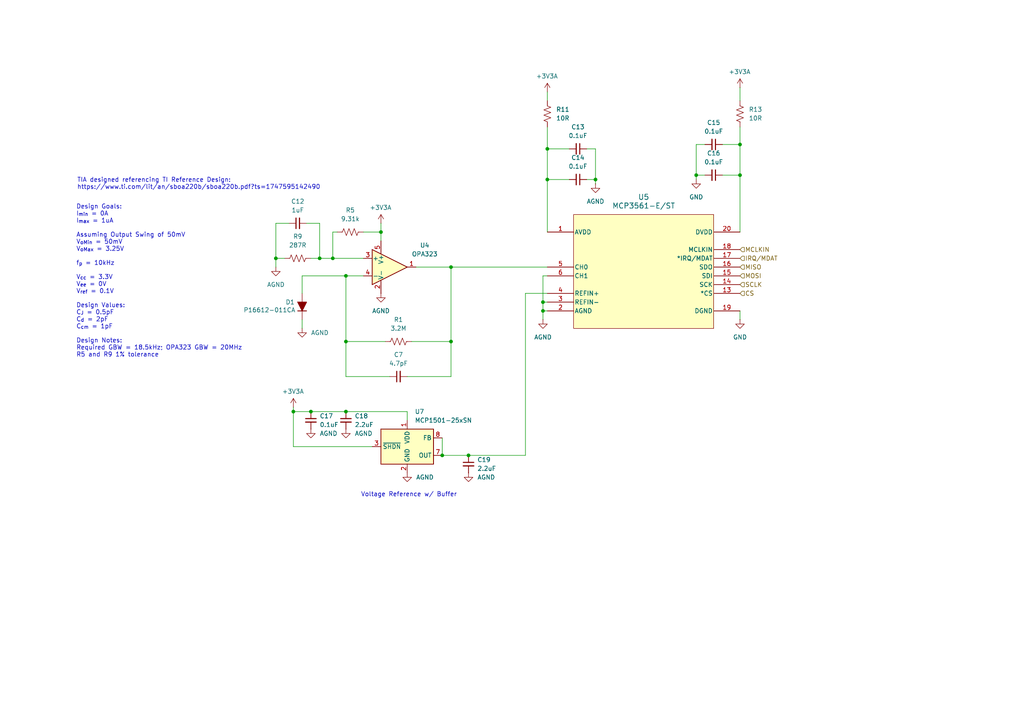
<source format=kicad_sch>
(kicad_sch (version 20231120) (generator "eeschema") (generator_version "8.0")
  (paper "A4")
  (lib_symbols
    (symbol "Amplifier_Operational:OPA196xDBV" (pin_names (offset 0.127))
      (property "Reference" "U" (at -1.27 6.35 0))
      (property "Value" "OPA196xDBV" (at -1.27 3.81 0))
      (symbol "OPA196xDBV_0_1"
        (polyline (pts (xy -5.08 5.08) (xy 5.08 0) (xy -5.08 -5.08) (xy -5.08 5.08)) (stroke (width 0.254)) (fill (type background)))
        (pin power_in line (at -2.54 -7.62 90) (length 3.81) (name "V-") (number "2"))
        (pin power_in line (at -2.54 7.62 270) (length 3.81) (name "V+") (number "5"))
      )
      (symbol "OPA196xDBV_1_1"
        (pin output line (at 7.62 0 180) (length 2.54) (name "~") (number "1"))
        (pin input line (at -7.62 2.54 0) (length 2.54) (name "+") (number "3"))
        (pin input line (at -7.62 -2.54 0) (length 2.54) (name "-") (number "4"))
      )
    )
    (symbol "Device:C_Small" (pin_numbers hide) (pin_names (offset 0.254) hide)
      (property "Reference" "C" (at 0.254 1.778 0))
      (property "Value" "C_Small" (at 0.254 -2.032 0))
      (symbol "C_Small_0_1"
        (polyline (pts (xy -1.524 -0.508) (xy 1.524 -0.508)) (stroke (width 0.3302)))
        (polyline (pts (xy -1.524 0.508) (xy 1.524 0.508)) (stroke (width 0.3048)))
      )
      (symbol "C_Small_1_1"
        (pin passive line (at 0 2.54 270) (length 2.032) (name "~") (number "1"))
        (pin passive line (at 0 -2.54 90) (length 2.032) (name "~") (number "2"))
      )
    )
    (symbol "Device:D_Filled" (pin_numbers hide) (pin_names (offset 1.016) hide)
      (property "Reference" "D" (at 0 2.54 0))
      (property "Value" "D_Filled" (at 0 -2.54 0))
      (symbol "D_Filled_0_1"
        (polyline (pts (xy -1.27 1.27) (xy -1.27 -1.27)) (stroke (width 0.254)))
        (polyline (pts (xy 1.27 0) (xy -1.27 0)))
        (polyline (pts (xy 1.27 1.27) (xy 1.27 -1.27) (xy -1.27 0) (xy 1.27 1.27)) (stroke (width 0.254)) (fill (type outline)))
      )
      (symbol "D_Filled_1_1"
        (pin passive line (at -3.81 0 0) (length 2.54) (name "K") (number "1"))
        (pin passive line (at 3.81 0 180) (length 2.54) (name "A") (number "2"))
      )
    )
    (symbol "Device:R_US" (pin_numbers hide) (pin_names (offset 0))
      (property "Reference" "R" (at 2.54 0 90))
      (property "Value" "R_US" (at -2.54 0 90))
      (symbol "R_US_0_1"
        (polyline (pts (xy 0 -2.286) (xy 0 -2.54)))
        (polyline (pts (xy 0 2.286) (xy 0 2.54)))
        (polyline (pts (xy 0 -0.762) (xy 1.016 -1.143) (xy 0 -1.524) (xy -1.016 -1.905) (xy 0 -2.286)))
        (polyline (pts (xy 0 0.762) (xy 1.016 0.381) (xy 0 0) (xy -1.016 -0.381) (xy 0 -0.762)))
        (polyline (pts (xy 0 2.286) (xy 1.016 1.905) (xy 0 1.524) (xy -1.016 1.143) (xy 0 0.762)))
      )
      (symbol "R_US_1_1"
        (pin passive line (at 0 3.81 270) (length 1.27) (name "~") (number "1"))
        (pin passive line (at 0 -3.81 90) (length 1.27) (name "~") (number "2"))
      )
    )
    (symbol "PayloadSensorSymbols:MCP3561-E_ST" (pin_names (offset 0.254))
      (property "Reference" "U5" (at 27.94 10.16 0))
      (property "Value" "MCP3561-E/ST" (at 27.94 7.62 0))
      (symbol "MCP3561-E_ST_0_1"
        (pin power_in line (at 0 0 0) (length 7.62) (name "AVDD") (number "1"))
        (pin input line (at 55.88 -17.78 180) (length 7.62) (name "*CS") (number "13"))
        (pin input line (at 55.88 -15.24 180) (length 7.62) (name "SCK") (number "14"))
        (pin input line (at 55.88 -12.7 180) (length 7.62) (name "SDI") (number "15"))
        (pin output line (at 55.88 -10.16 180) (length 7.62) (name "SDO") (number "16"))
        (pin output line (at 55.88 -7.62 180) (length 7.62) (name "*IRQ/MDAT") (number "17"))
        (pin bidirectional line (at 55.88 -5.08 180) (length 7.62) (name "MCLKIN") (number "18"))
        (pin power_out line (at 55.88 -22.86 180) (length 7.62) (name "DGND") (number "19"))
        (pin power_out line (at 0 -22.86 0) (length 7.62) (name "AGND") (number "2"))
        (pin power_in line (at 55.88 0 180) (length 7.62) (name "DVDD") (number "20"))
        (pin input line (at 0 -20.32 0) (length 7.62) (name "REFIN-") (number "3"))
        (pin input line (at 0 -17.78 0) (length 7.62) (name "REFIN+") (number "4"))
        (pin input line (at 0 -10.16 0) (length 7.62) (name "CH0") (number "5"))
        (pin input line (at 0 -12.7 0) (length 7.62) (name "CH1") (number "6"))
      )
      (symbol "MCP3561-E_ST_1_1"
        (rectangle (start 7.62 5.08) (end 48.26 -27.94) (fill (type background)))
        (pin no_connect line (at 0 -22.86 0) (length 7.62) hide (name "NC") (number "10"))
        (pin no_connect line (at 55.88 -22.86 180) (length 7.62) hide (name "NC") (number "11"))
        (pin no_connect line (at 55.88 -20.32 180) (length 7.62) hide (name "NC") (number "12"))
        (pin no_connect line (at 0 -15.24 0) (length 7.62) hide (name "NC") (number "7"))
        (pin no_connect line (at 0 -17.78 0) (length 7.62) hide (name "NC") (number "8"))
        (pin no_connect line (at 0 -20.32 0) (length 7.62) hide (name "NC") (number "9"))
      )
    )
    (symbol "Reference_Voltage:MCP1501-25xSN"
      (property "Reference" "U" (at -5.08 6.35 0))
      (property "Value" "MCP1501-25xSN" (at 11.43 6.35 0))
      (symbol "MCP1501-25xSN_0_0"
        (pin power_in line (at 0 7.62 270) (length 2.54) (name "VDD") (number "1"))
        (pin power_in line (at 0 -7.62 90) (length 2.54) (name "GND") (number "2"))
        (pin input line (at -10.16 0 0) (length 2.54) (name "~{SHDN}") (number "3"))
        (pin passive line (at 0 -7.62 90) (length 2.54) hide (name "GND") (number "4"))
        (pin passive line (at 0 -7.62 90) (length 2.54) hide (name "GND") (number "5"))
        (pin passive line (at 0 -7.62 90) (length 2.54) hide (name "GND") (number "6"))
        (pin power_out line (at 10.16 -2.54 180) (length 2.54) (name "OUT") (number "7"))
        (pin input line (at 10.16 2.54 180) (length 2.54) (name "FB") (number "8"))
      )
      (symbol "MCP1501-25xSN_0_1"
        (rectangle (start -7.62 5.08) (end 7.62 -5.08) (stroke (width 0.254)) (fill (type background)))
      )
    )
    (symbol "power:+3V3" (power) (pin_numbers hide) (pin_names (offset 0) hide)
      (property "Value" "+3V3" (at 0 3.556 0))
      (symbol "+3V3_0_1"
        (polyline (pts (xy -0.762 1.27) (xy 0 2.54)))
        (polyline (pts (xy 0 0) (xy 0 2.54)))
        (polyline (pts (xy 0 2.54) (xy 0.762 1.27)))
      )
      (symbol "+3V3_1_1"
        (pin power_in line (at 0 0 90) (length 0) (name "~") (number "1"))
      )
    )
    (symbol "power:GND" (power) (pin_numbers hide) (pin_names (offset 0) hide)
      (property "Value" "GND" (at 0 -3.81 0))
      (symbol "GND_0_1"
        (polyline (pts (xy 0 0) (xy 0 -1.27) (xy 1.27 -1.27) (xy 0 -2.54) (xy -1.27 -1.27) (xy 0 -1.27)))
      )
      (symbol "GND_1_1"
        (pin power_in line (at 0 0 270) (length 0) (name "~") (number "1"))
      )
    )
    (symbol "power:GNDA" (power) (pin_numbers hide) (pin_names (offset 0) hide)
      (property "Value" "GNDA" (at 0 -3.81 0))
      (symbol "GNDA_0_1"
        (polyline (pts (xy 0 0) (xy 0 -1.27) (xy 1.27 -1.27) (xy 0 -2.54) (xy -1.27 -1.27) (xy 0 -1.27)))
      )
      (symbol "GNDA_1_1"
        (pin power_in line (at 0 0 270) (length 0) (name "~") (number "1"))
      )
    )
  )
  (junction (at 158.75 52.07))
  (junction (at 130.81 99.06))
  (junction (at 100.33 80.01))
  (junction (at 100.33 99.06))
  (junction (at 85.09 119.38))
  (junction (at 157.48 90.17))
  (junction (at 214.63 50.8))
  (junction (at 110.49 67.31))
  (junction (at 92.71 74.93))
  (junction (at 214.63 41.91))
  (junction (at 100.33 119.38))
  (junction (at 96.52 74.93))
  (junction (at 130.81 77.47))
  (junction (at 90.17 119.38))
  (junction (at 158.75 43.18))
  (junction (at 157.48 87.63))
  (junction (at 80.01 74.93))
  (junction (at 172.72 52.07))
  (junction (at 128.27 132.08))
  (junction (at 135.89 132.08))
  (junction (at 201.93 50.8))
  (wire (pts (xy 100.33 119.38) (xy 118.11 119.38)))
  (wire (pts (xy 96.52 74.93) (xy 105.41 74.93)))
  (wire (pts (xy 214.63 50.8) (xy 214.63 41.91)))
  (wire (pts (xy 172.72 52.07) (xy 172.72 53.34)))
  (wire (pts (xy 96.52 67.31) (xy 97.79 67.31)))
  (wire (pts (xy 92.71 74.93) (xy 96.52 74.93)))
  (wire (pts (xy 157.48 87.63) (xy 158.75 87.63)))
  (wire (pts (xy 158.75 36.83) (xy 158.75 43.18)))
  (wire (pts (xy 87.63 85.09) (xy 87.63 80.01)))
  (wire (pts (xy 130.81 77.47) (xy 130.81 99.06)))
  (wire (pts (xy 204.47 41.91) (xy 201.93 41.91)))
  (wire (pts (xy 152.4 85.09) (xy 152.4 132.08)))
  (wire (pts (xy 214.63 41.91) (xy 214.63 36.83)))
  (wire (pts (xy 90.17 119.38) (xy 100.33 119.38)))
  (wire (pts (xy 120.65 77.47) (xy 130.81 77.47)))
  (wire (pts (xy 135.89 132.08) (xy 152.4 132.08)))
  (wire (pts (xy 165.1 52.07) (xy 158.75 52.07)))
  (wire (pts (xy 100.33 99.06) (xy 100.33 80.01)))
  (wire (pts (xy 85.09 118.11) (xy 85.09 119.38)))
  (wire (pts (xy 92.71 64.77) (xy 92.71 74.93)))
  (wire (pts (xy 209.55 41.91) (xy 214.63 41.91)))
  (wire (pts (xy 110.49 67.31) (xy 110.49 69.85)))
  (wire (pts (xy 157.48 90.17) (xy 157.48 92.71)))
  (wire (pts (xy 118.11 121.92) (xy 118.11 119.38)))
  (wire (pts (xy 88.9 64.77) (xy 92.71 64.77)))
  (wire (pts (xy 201.93 50.8) (xy 204.47 50.8)))
  (wire (pts (xy 158.75 52.07) (xy 158.75 67.31)))
  (wire (pts (xy 158.75 26.67) (xy 158.75 29.21)))
  (wire (pts (xy 170.18 43.18) (xy 172.72 43.18)))
  (wire (pts (xy 157.48 87.63) (xy 157.48 90.17)))
  (wire (pts (xy 113.03 109.22) (xy 100.33 109.22)))
  (wire (pts (xy 214.63 67.31) (xy 214.63 50.8)))
  (wire (pts (xy 80.01 77.47) (xy 80.01 74.93)))
  (wire (pts (xy 128.27 127) (xy 128.27 132.08)))
  (wire (pts (xy 157.48 80.01) (xy 157.48 87.63)))
  (wire (pts (xy 158.75 43.18) (xy 158.75 52.07)))
  (wire (pts (xy 90.17 74.93) (xy 92.71 74.93)))
  (wire (pts (xy 80.01 74.93) (xy 82.55 74.93)))
  (wire (pts (xy 118.11 109.22) (xy 130.81 109.22)))
  (wire (pts (xy 201.93 52.07) (xy 201.93 50.8)))
  (wire (pts (xy 209.55 50.8) (xy 214.63 50.8)))
  (wire (pts (xy 157.48 90.17) (xy 158.75 90.17)))
  (wire (pts (xy 85.09 119.38) (xy 85.09 129.54)))
  (wire (pts (xy 158.75 80.01) (xy 157.48 80.01)))
  (wire (pts (xy 87.63 92.71) (xy 87.63 95.25)))
  (wire (pts (xy 130.81 109.22) (xy 130.81 99.06)))
  (wire (pts (xy 83.82 64.77) (xy 80.01 64.77)))
  (wire (pts (xy 130.81 77.47) (xy 158.75 77.47)))
  (wire (pts (xy 170.18 52.07) (xy 172.72 52.07)))
  (wire (pts (xy 214.63 25.4) (xy 214.63 29.21)))
  (wire (pts (xy 96.52 67.31) (xy 96.52 74.93)))
  (wire (pts (xy 105.41 67.31) (xy 110.49 67.31)))
  (wire (pts (xy 201.93 41.91) (xy 201.93 50.8)))
  (wire (pts (xy 111.76 99.06) (xy 100.33 99.06)))
  (wire (pts (xy 128.27 132.08) (xy 135.89 132.08)))
  (wire (pts (xy 152.4 85.09) (xy 158.75 85.09)))
  (wire (pts (xy 214.63 90.17) (xy 214.63 92.71)))
  (wire (pts (xy 85.09 119.38) (xy 90.17 119.38)))
  (wire (pts (xy 172.72 43.18) (xy 172.72 52.07)))
  (wire (pts (xy 87.63 80.01) (xy 100.33 80.01)))
  (wire (pts (xy 110.49 64.77) (xy 110.49 67.31)))
  (wire (pts (xy 85.09 129.54) (xy 107.95 129.54)))
  (wire (pts (xy 100.33 80.01) (xy 105.41 80.01)))
  (wire (pts (xy 80.01 64.77) (xy 80.01 74.93)))
  (wire (pts (xy 130.81 99.06) (xy 119.38 99.06)))
  (wire (pts (xy 158.75 43.18) (xy 165.1 43.18)))
  (wire (pts (xy 100.33 109.22) (xy 100.33 99.06)))
  (text "Voltage Reference w/ Buffer" (at 118.618 143.51 0) (effects (font (size 1.27 1.27))))
  (text "Design Goals:\nI_{min} = 0A\nI_{max} = 1uA\n\nAssuming Output Swing of 50mV\nV_{oMin} = 50mV\nV_{oMax} = 3.25V\n\nf_{p} = 10kHz\n\nV_{cc} = 3.3V\nV_{ee} = 0V\nV_{ref} = 0.1V\n\nDesign Values:\nC_{J} = 0.5pF\nC_{d} = 2pF\nC_{cm} = 1pF\n\nDesign Notes:\nRequired GBW = 18.5kHz; OPA323 GBW = 20MHz\n${cf09fdd2-d5e0-47ab-9654-138cc2b941d7:REFERENCE} and ${8929b5c6-444c-41f2-87df-a3d3b9d879dc:REFERENCE} 1% tolerance\n\n" (at 22.098 82.55 0) (effects (font (size 1.27 1.27)) (justify left)))
  (text "TIA designed referencing TI Reference Design:\nhttps://www.ti.com/lit/an/sboa220b/sboa220b.pdf?ts=1747595142490\n" (at 22.352 53.34 0) (effects (font (size 1.27 1.27)) (justify left)))
  (hierarchical_label "IRQ{slash}MDAT" (shape input) (at 214.63 74.93 0))
  (hierarchical_label "SCLK" (shape input) (at 214.63 82.55 0))
  (hierarchical_label "CS" (shape input) (at 214.63 85.09 0))
  (hierarchical_label "MOSI" (shape input) (at 214.63 80.01 0))
  (hierarchical_label "MISO" (shape input) (at 214.63 77.47 0))
  (hierarchical_label "MCLKIN" (shape input) (at 214.63 72.39 0))
  (symbol (lib_id "Device:R_US") (at 158.75 33.02 0) (unit 1)
    (property "Reference" "R11" (at 161.29 31.7499 0) (effects (justify left)))
    (property "Value" "10R" (at 161.29 34.2899 0) (effects (justify left)))
    (property "Footprint" "Resistor_SMD:R_0805_2012Metric_Pad1.20x1.40mm_HandSolder" (effects (hide yes)))
    (property "Description" "Resistor, US symbol" (effects (hide yes)))
  )
  (symbol (lib_id "Device:R_US") (at 214.63 33.02 0) (unit 1)
    (property "Reference" "R13" (at 217.17 31.7499 0) (effects (justify left)))
    (property "Value" "10R" (at 217.17 34.2899 0) (effects (justify left)))
    (property "Footprint" "Resistor_SMD:R_0805_2012Metric_Pad1.20x1.40mm_HandSolder" (effects (hide yes)))
    (property "Description" "Resistor, US symbol" (effects (hide yes)))
  )
  (symbol (lib_id "Device:C_Small") (at 135.89 134.62 0) (unit 1)
    (property "Reference" "C19" (at 138.43 133.3562 0) (effects (justify left)))
    (property "Value" "2.2uF" (at 138.43 135.8962 0) (effects (justify left)))
    (property "Footprint" "Capacitor_SMD:C_0805_2012Metric_Pad1.18x1.45mm_HandSolder" (effects (hide yes)))
    (property "Description" "Unpolarized capacitor, small symbol" (effects (hide yes)))
  )
  (symbol (lib_id "Device:C_Small") (at 86.36 64.77 90) (unit 1)
    (property "Reference" "C12" (at 86.3663 58.42 90))
    (property "Value" "1uF" (at 86.3663 60.96 90))
    (property "Footprint" "Capacitor_SMD:C_0805_2012Metric_Pad1.18x1.45mm_HandSolder" (effects (hide yes)))
    (property "Description" "Unpolarized capacitor, small symbol" (effects (hide yes)))
  )
  (symbol (lib_id "power:+3V3") (at 85.09 118.11 0) (unit 1)
    (property "Reference" "#PWR41" (effects (hide yes)))
    (property "Value" "+3V3A" (at 81.788 113.538 0) (effects (justify left)))
    (property "Description" "Power symbol creates a global label with name \"+3V3\"" (effects (hide yes)))
  )
  (symbol (lib_id "power:GNDA") (at 172.72 53.34 0) (unit 1)
    (property "Reference" "#PWR15" (effects (hide yes)))
    (property "Value" "AGND" (at 172.72 58.42 0))
    (property "Description" "Power symbol creates a global label with name \"GNDA\" , analog ground" (effects (hide yes)))
  )
  (symbol (lib_id "Device:C_Small") (at 115.57 109.22 90) (unit 1)
    (property "Reference" "C7" (at 115.5763 102.87 90))
    (property "Value" "4.7pF" (at 115.5763 105.41 90))
    (property "Footprint" "Capacitor_SMD:C_0805_2012Metric_Pad1.18x1.45mm_HandSolder" (effects (hide yes)))
    (property "Description" "Unpolarized capacitor, small symbol" (effects (hide yes)))
  )
  (symbol (lib_id "power:GNDA") (at 80.01 77.47 0) (unit 1)
    (property "Reference" "#PWR3" (effects (hide yes)))
    (property "Value" "AGND" (at 80.01 82.55 0))
    (property "Description" "Power symbol creates a global label with name \"GNDA\" , analog ground" (effects (hide yes)))
  )
  (symbol (lib_id "Device:C_Small") (at 167.64 43.18 270) (unit 1)
    (property "Reference" "C13" (at 167.6336 36.83 90))
    (property "Value" "0.1uF" (at 167.6336 39.37 90))
    (property "Footprint" "Capacitor_SMD:C_0805_2012Metric_Pad1.18x1.45mm_HandSolder" (effects (hide yes)))
    (property "Description" "Unpolarized capacitor, small symbol" (effects (hide yes)))
  )
  (symbol (lib_id "Device:C_Small") (at 167.64 52.07 270) (unit 1)
    (property "Reference" "C14" (at 167.6336 45.72 90))
    (property "Value" "0.1uF" (at 167.6336 48.26 90))
    (property "Footprint" "Capacitor_SMD:C_0805_2012Metric_Pad1.18x1.45mm_HandSolder" (effects (hide yes)))
    (property "Description" "Unpolarized capacitor, small symbol" (effects (hide yes)))
  )
  (symbol (lib_id "power:+3V3") (at 214.63 25.4 0) (unit 1)
    (property "Reference" "#PWR37" (effects (hide yes)))
    (property "Value" "+3V3A" (at 211.328 20.828 0) (effects (justify left)))
    (property "Description" "Power symbol creates a global label with name \"+3V3\"" (effects (hide yes)))
  )
  (symbol (lib_id "Device:C_Small") (at 207.01 50.8 270) (unit 1)
    (property "Reference" "C16" (at 207.0036 44.45 90))
    (property "Value" "0.1uF" (at 207.0036 46.99 90))
    (property "Footprint" "Capacitor_SMD:C_0805_2012Metric_Pad1.18x1.45mm_HandSolder" (effects (hide yes)))
    (property "Description" "Unpolarized capacitor, small symbol" (effects (hide yes)))
  )
  (symbol (lib_id "power:GND") (at 87.63 95.25 0) (unit 1)
    (property "Reference" "#PWR1" (effects (hide yes)))
    (property "Value" "AGND" (at 90.17 96.5199 0) (effects (justify left)))
    (property "Description" "Power symbol creates a global label with name \"GND\" , ground" (effects (hide yes)))
  )
  (symbol (lib_id "Device:R_US") (at 86.36 74.93 90) (unit 1)
    (property "Reference" "R9" (at 86.36 68.58 90))
    (property "Value" "287R" (at 86.36 71.12 90))
    (property "Footprint" "Resistor_SMD:R_0805_2012Metric_Pad1.20x1.40mm_HandSolder" (effects (hide yes)))
    (property "Description" "Resistor, US symbol" (effects (hide yes)))
  )
  (symbol (lib_id "Device:C_Small") (at 207.01 41.91 270) (unit 1)
    (property "Reference" "C15" (at 207.0036 35.56 90))
    (property "Value" "0.1uF" (at 207.0036 38.1 90))
    (property "Footprint" "Capacitor_SMD:C_0805_2012Metric_Pad1.18x1.45mm_HandSolder" (effects (hide yes)))
    (property "Description" "Unpolarized capacitor, small symbol" (effects (hide yes)))
  )
  (symbol (lib_id "power:+3V3") (at 158.75 26.67 0) (unit 1)
    (property "Reference" "#PWR14" (effects (hide yes)))
    (property "Value" "+3V3A" (at 155.448 22.098 0) (effects (justify left)))
    (property "Description" "Power symbol creates a global label with name \"+3V3\"" (effects (hide yes)))
  )
  (symbol (lib_id "Device:D_Filled") (at 87.63 88.9 90) (unit 1)
    (property "Reference" "D1" (at 82.804 87.63 90) (effects (justify right)))
    (property "Value" "P16612-011CA" (at 70.612 89.916 90) (effects (justify right)))
    (property "Footprint" "SensorBoardFootprints:P16612-011CA" (effects (hide yes)))
    (property "Datasheet" "https://www.hamamatsu.com/content/dam/hamamatsu-photonics/sites/documents/99_SALES_LIBRARY/ssd/p16612-011ca_kird1145e.pdf" (effects (hide yes)))
    (property "Description" "Diode, filled shape" (effects (hide yes)))
    (property "Sim.Device" "D" (effects (hide yes)))
    (property "Sim.Pins" "1=K 2=A" (effects (hide yes)))
  )
  (symbol (lib_id "power:GND") (at 118.11 137.16 0) (unit 1)
    (property "Reference" "#PWR48" (effects (hide yes)))
    (property "Value" "AGND" (at 120.65 138.4299 0) (effects (justify left)))
    (property "Description" "Power symbol creates a global label with name \"GND\" , ground" (effects (hide yes)))
  )
  (symbol (lib_id "power:GND") (at 214.63 92.71 0) (unit 1)
    (property "Reference" "#PWR40" (effects (hide yes)))
    (property "Value" "GND" (at 214.63 97.79 0))
    (property "Description" "Power symbol creates a global label with name \"GND\" , ground" (effects (hide yes)))
  )
  (symbol (lib_id "Reference_Voltage:MCP1501-25xSN") (at 118.11 129.54 0) (unit 1)
    (property "Reference" "U7" (at 120.3041 119.38 0) (effects (justify left)))
    (property "Value" "MCP1501-25xSN" (at 120.3041 121.92 0) (effects (justify left)))
    (property "Footprint" "Package_SO:SOIC-8_3.9x4.9mm_P1.27mm" (effects (hide yes)))
    (property "Datasheet" "https://www.digikey.ca/en/products/detail/microchip-technology/MCP1501-25E-SN/5844596" (effects (hide yes)))
    (property "Description" "2.5V, 0.1%, 20mA, Precision Voltage Reference, SOIC-8" (effects (hide yes)))
  )
  (symbol (lib_id "power:GND") (at 135.89 137.16 0) (unit 1)
    (property "Reference" "#PWR49" (effects (hide yes)))
    (property "Value" "AGND" (at 138.43 138.4299 0) (effects (justify left)))
    (property "Description" "Power symbol creates a global label with name \"GND\" , ground" (effects (hide yes)))
  )
  (symbol (lib_id "PayloadSensorSymbols:MCP3561-E_ST") (at 158.75 67.31 0) (unit 1)
    (property "Reference" "U5" (at 186.69 57.15 0) (effects (font (size 1.524 1.524))))
    (property "Value" "MCP3561-E/ST" (at 186.69 59.69 0) (effects (font (size 1.524 1.524))))
    (property "Datasheet" "https://ww1.microchip.com/downloads/en/DeviceDoc/MCP3561-2-4-Two-Four-Eight-Channel-153.6-ksps-Low-Noise-24-Bit-Delta-Sigma-ADCs-DS20006181B.pdf" (effects (hide yes)))
  )
  (symbol (lib_id "power:GND") (at 157.48 92.71 0) (unit 1)
    (property "Reference" "#PWR39" (effects (hide yes)))
    (property "Value" "AGND" (at 157.48 97.79 0))
    (property "Description" "Power symbol creates a global label with name \"GND\" , ground" (effects (hide yes)))
  )
  (symbol (lib_id "Device:R_US") (at 101.6 67.31 270) (unit 1)
    (property "Reference" "R5" (at 101.6 60.96 90))
    (property "Value" "9.31k" (at 101.6 63.5 90))
    (property "Footprint" "Resistor_SMD:R_0805_2012Metric_Pad1.20x1.40mm_HandSolder" (effects (hide yes)))
    (property "Description" "Resistor, US symbol" (effects (hide yes)))
  )
  (symbol (lib_id "Device:R_US") (at 115.57 99.06 90) (unit 1)
    (property "Reference" "R1" (at 115.57 92.71 90))
    (property "Value" "3.2M" (at 115.57 95.25 90))
    (property "Footprint" "Resistor_SMD:R_0805_2012Metric_Pad1.20x1.40mm_HandSolder" (effects (hide yes)))
    (property "Description" "Resistor, US symbol" (effects (hide yes)))
  )
  (symbol (lib_id "Amplifier_Operational:OPA196xDBV") (at 113.03 77.47 0) (unit 1)
    (property "Reference" "U4" (at 123.19 71.1514 0))
    (property "Value" "OPA323" (at 123.19 73.6914 0))
    (property "Footprint" "Package_TO_SOT_SMD:SOT-23-5" (effects (hide yes)))
    (property "Datasheet" "https://www.ti.com/lit/ds/symlink/opa323.pdf?ts=1747924267437" (effects (hide yes)))
    (property "Description" "\\" (effects (hide yes)))
  )
  (symbol (lib_id "power:GND") (at 90.17 124.46 0) (unit 1)
    (property "Reference" "#PWR46" (effects (hide yes)))
    (property "Value" "AGND" (at 92.71 125.7299 0) (effects (justify left)))
    (property "Description" "Power symbol creates a global label with name \"GND\" , ground" (effects (hide yes)))
  )
  (symbol (lib_id "Device:C_Small") (at 100.33 121.92 0) (unit 1)
    (property "Reference" "C18" (at 102.87 120.6562 0) (effects (justify left)))
    (property "Value" "2.2uF" (at 102.87 123.1962 0) (effects (justify left)))
    (property "Footprint" "Capacitor_SMD:C_0805_2012Metric_Pad1.18x1.45mm_HandSolder" (effects (hide yes)))
    (property "Description" "Unpolarized capacitor, small symbol" (effects (hide yes)))
  )
  (symbol (lib_id "power:GNDA") (at 110.49 85.09 0) (unit 1)
    (property "Reference" "#PWR10" (effects (hide yes)))
    (property "Value" "AGND" (at 110.49 90.17 0))
    (property "Description" "Power symbol creates a global label with name \"GNDA\" , analog ground" (effects (hide yes)))
  )
  (symbol (lib_id "power:GND") (at 100.33 124.46 0) (unit 1)
    (property "Reference" "#PWR47" (effects (hide yes)))
    (property "Value" "AGND" (at 102.87 125.7299 0) (effects (justify left)))
    (property "Description" "Power symbol creates a global label with name \"GND\" , ground" (effects (hide yes)))
  )
  (symbol (lib_id "Device:C_Small") (at 90.17 121.92 0) (unit 1)
    (property "Reference" "C17" (at 92.71 120.6562 0) (effects (justify left)))
    (property "Value" "0.1uF" (at 92.71 123.1962 0) (effects (justify left)))
    (property "Footprint" "Capacitor_SMD:C_0805_2012Metric_Pad1.18x1.45mm_HandSolder" (effects (hide yes)))
    (property "Description" "Unpolarized capacitor, small symbol" (effects (hide yes)))
  )
  (symbol (lib_id "power:+3V3") (at 110.49 64.77 0) (unit 1)
    (property "Reference" "#PWR9" (effects (hide yes)))
    (property "Value" "+3V3A" (at 107.188 60.198 0) (effects (justify left)))
    (property "Description" "Power symbol creates a global label with name \"+3V3\"" (effects (hide yes)))
  )
  (symbol (lib_id "power:GNDA") (at 201.93 52.07 0) (unit 1)
    (property "Reference" "#PWR38" (effects (hide yes)))
    (property "Value" "GND" (at 201.93 57.15 0))
    (property "Description" "Power symbol creates a global label with name \"GNDA\" , analog ground" (effects (hide yes)))
  )
)
</source>
